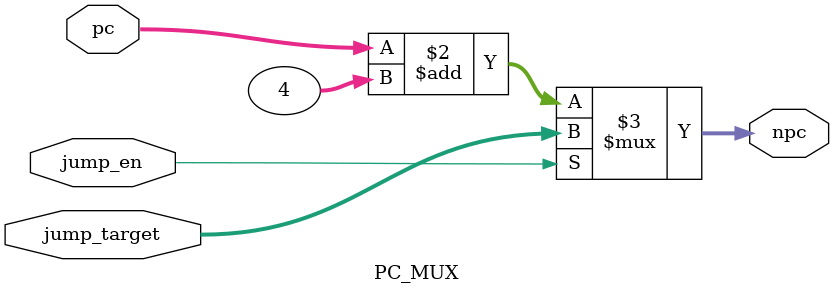
<source format=sv>
`timescale 1ns / 1ps


module PC_MUX(
input [31:0] pc,
input [31:0] jump_target,
input        jump_en,
output logic [31:0] npc
    );

assign npc = (jump_en == 1'b1) ? jump_target : (pc+4);

endmodule

</source>
